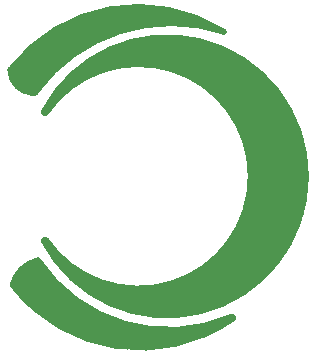
<source format=gbo>
G04*
G04 #@! TF.GenerationSoftware,Altium Limited,Altium Designer,24.0.1 (36)*
G04*
G04 Layer_Color=32896*
%FSLAX44Y44*%
%MOMM*%
G71*
G04*
G04 #@! TF.SameCoordinates,AAA4E2E7-C06B-4B28-9501-2596A0623A30*
G04*
G04*
G04 #@! TF.FilePolarity,Positive*
G04*
G01*
G75*
%ADD14C,0.6350*%
%ADD15C,0.5080*%
%ADD16C,0.3810*%
%ADD21R,0.8382X1.6510*%
%ADD23R,0.3810X0.3810*%
G36*
X1184910Y1189482D02*
X1195070D01*
Y1187450D01*
X1203198D01*
Y1185418D01*
X1209294D01*
Y1183386D01*
X1213358D01*
Y1181354D01*
X1219454D01*
Y1179322D01*
X1223518D01*
Y1177290D01*
X1227582D01*
Y1175258D01*
X1231646D01*
Y1173226D01*
X1233678D01*
Y1171194D01*
X1231646D01*
Y1173226D01*
X1225550D01*
Y1175258D01*
X1217422D01*
Y1177290D01*
X1209294D01*
Y1179322D01*
X1162558D01*
Y1177290D01*
X1154430D01*
Y1175258D01*
X1146302D01*
Y1173226D01*
X1140206D01*
Y1171194D01*
X1136142D01*
Y1169162D01*
X1130046D01*
Y1167130D01*
X1125982D01*
Y1165098D01*
X1121918D01*
Y1163066D01*
X1119886D01*
Y1161034D01*
X1115822D01*
Y1159002D01*
X1111758D01*
Y1156970D01*
X1109726D01*
Y1154938D01*
X1107694D01*
Y1152906D01*
X1103630D01*
Y1150874D01*
X1101598D01*
Y1148842D01*
X1099566D01*
Y1146810D01*
X1097534D01*
Y1144778D01*
X1095502D01*
Y1142746D01*
X1093470D01*
Y1140714D01*
X1091438D01*
Y1138682D01*
X1089406D01*
Y1136650D01*
X1087374D01*
Y1134618D01*
X1085342D01*
Y1132586D01*
X1083310D01*
Y1130554D01*
X1081278D01*
Y1128522D01*
Y1126490D01*
X1079246D01*
Y1124458D01*
X1077214D01*
Y1122426D01*
X1075182D01*
Y1120394D01*
X1071118D01*
Y1122426D01*
X1067054D01*
Y1124458D01*
X1062990D01*
Y1126490D01*
X1060958D01*
Y1128522D01*
Y1130554D01*
X1058926D01*
Y1132586D01*
Y1134618D01*
X1056894D01*
Y1136650D01*
Y1138682D01*
Y1140714D01*
Y1142746D01*
X1058926D01*
Y1144778D01*
Y1146810D01*
Y1148842D01*
X1060958D01*
Y1150874D01*
X1062990D01*
Y1152906D01*
X1065022D01*
Y1154938D01*
X1067054D01*
Y1156970D01*
X1069086D01*
Y1159002D01*
X1071118D01*
Y1161034D01*
X1073150D01*
Y1163066D01*
X1077214D01*
Y1165098D01*
X1079246D01*
Y1167130D01*
X1083310D01*
Y1169162D01*
X1085342D01*
Y1171194D01*
X1089406D01*
Y1173226D01*
X1091438D01*
Y1175258D01*
X1095502D01*
Y1177290D01*
X1099566D01*
Y1179322D01*
X1105662D01*
Y1181354D01*
X1109726D01*
Y1183386D01*
X1115822D01*
Y1185418D01*
X1121918D01*
Y1187450D01*
X1130046D01*
Y1189482D01*
X1138174D01*
Y1191514D01*
X1184910D01*
Y1189482D01*
D02*
G37*
G36*
X1193038Y1167130D02*
X1209294D01*
Y1165098D01*
X1217422D01*
Y1163066D01*
X1223518D01*
Y1161034D01*
X1229614D01*
Y1159002D01*
X1233678D01*
Y1156970D01*
X1237742D01*
Y1154938D01*
X1241806D01*
Y1152906D01*
X1245870D01*
Y1150874D01*
X1249934D01*
Y1148842D01*
X1251966D01*
Y1146810D01*
X1253998D01*
Y1144778D01*
X1258062D01*
Y1142746D01*
X1260094D01*
Y1140714D01*
X1262126D01*
Y1138682D01*
X1264158D01*
Y1136650D01*
X1266190D01*
Y1134618D01*
X1268222D01*
Y1132586D01*
X1270254D01*
Y1130554D01*
X1272286D01*
Y1128522D01*
X1274318D01*
Y1126490D01*
X1276350D01*
Y1124458D01*
X1278382D01*
Y1122426D01*
X1280414D01*
Y1120394D01*
X1282446D01*
Y1118362D01*
Y1116330D01*
X1284478D01*
Y1114298D01*
X1286510D01*
Y1112266D01*
Y1110234D01*
X1288542D01*
Y1108202D01*
Y1106170D01*
X1290574D01*
Y1104138D01*
Y1102106D01*
X1292606D01*
Y1100074D01*
Y1098042D01*
X1294638D01*
Y1096010D01*
Y1093978D01*
X1296670D01*
Y1091946D01*
Y1089914D01*
Y1087882D01*
X1298702D01*
Y1085850D01*
Y1083818D01*
Y1081786D01*
X1300734D01*
Y1079754D01*
Y1077722D01*
Y1075690D01*
Y1073658D01*
X1302766D01*
Y1071626D01*
Y1069594D01*
Y1067562D01*
Y1065530D01*
Y1063498D01*
Y1061466D01*
Y1059434D01*
Y1057402D01*
X1304798D01*
Y1055370D01*
Y1053338D01*
Y1051306D01*
Y1049274D01*
Y1047242D01*
Y1045210D01*
Y1043178D01*
Y1041146D01*
Y1039114D01*
Y1037082D01*
X1302766D01*
Y1035050D01*
Y1033018D01*
Y1030986D01*
Y1028954D01*
Y1026922D01*
Y1024890D01*
X1300734D01*
Y1022858D01*
Y1020826D01*
Y1018794D01*
Y1016762D01*
X1298702D01*
Y1014730D01*
Y1012698D01*
Y1010666D01*
X1296670D01*
Y1008634D01*
Y1006602D01*
Y1004570D01*
X1294638D01*
Y1002538D01*
Y1000506D01*
X1292606D01*
Y998474D01*
Y996442D01*
X1290574D01*
Y994410D01*
Y992378D01*
X1288542D01*
Y990346D01*
Y988314D01*
X1286510D01*
Y986282D01*
Y984250D01*
X1284478D01*
Y982218D01*
X1282446D01*
Y980186D01*
X1280414D01*
Y978154D01*
Y976122D01*
X1278382D01*
Y974090D01*
X1276350D01*
Y972058D01*
X1274318D01*
Y970026D01*
X1272286D01*
Y967994D01*
X1270254D01*
Y965962D01*
X1268222D01*
Y963930D01*
X1266190D01*
Y961898D01*
X1264158D01*
Y959866D01*
X1262126D01*
Y957834D01*
X1260094D01*
Y955802D01*
X1258062D01*
Y953770D01*
X1253998D01*
Y951738D01*
X1251966D01*
Y949706D01*
X1247902D01*
Y947674D01*
X1243838D01*
Y945642D01*
X1241806D01*
Y943610D01*
X1237742D01*
Y941578D01*
X1231646D01*
Y939546D01*
X1227582D01*
Y937514D01*
X1221486D01*
Y935482D01*
X1215390D01*
Y933450D01*
X1205230D01*
Y931418D01*
X1166622D01*
Y933450D01*
X1156462D01*
Y935482D01*
X1148334D01*
Y937514D01*
X1142238D01*
Y939546D01*
X1138174D01*
Y941578D01*
X1134110D01*
Y943610D01*
X1130046D01*
Y945642D01*
X1125982D01*
Y947674D01*
X1121918D01*
Y949706D01*
X1119886D01*
Y951738D01*
X1117854D01*
Y953770D01*
X1113790D01*
Y955802D01*
X1111758D01*
Y957834D01*
X1109726D01*
Y959866D01*
X1107694D01*
Y961898D01*
X1103630D01*
Y963930D01*
X1101598D01*
Y965962D01*
X1099566D01*
Y967994D01*
Y970026D01*
X1097534D01*
Y972058D01*
X1095502D01*
Y974090D01*
X1093470D01*
Y976122D01*
X1091438D01*
Y978154D01*
X1101598D01*
Y976122D01*
X1103630D01*
Y974090D01*
X1105662D01*
Y972058D01*
X1107694D01*
Y970026D01*
X1111758D01*
Y967994D01*
X1115822D01*
Y965962D01*
X1117854D01*
Y963930D01*
X1123950D01*
Y961898D01*
X1128014D01*
Y959866D01*
X1134110D01*
Y957834D01*
X1142238D01*
Y955802D01*
X1156462D01*
Y953770D01*
X1166622D01*
Y955802D01*
X1182878D01*
Y957834D01*
X1188974D01*
Y959866D01*
X1195070D01*
Y961898D01*
X1201166D01*
Y963930D01*
X1205230D01*
Y965962D01*
X1209294D01*
Y967994D01*
X1211326D01*
Y970026D01*
X1215390D01*
Y972058D01*
X1217422D01*
Y974090D01*
X1221486D01*
Y976122D01*
X1223518D01*
Y978154D01*
X1225550D01*
Y980186D01*
X1227582D01*
Y982218D01*
X1229614D01*
Y984250D01*
X1231646D01*
Y986282D01*
X1233678D01*
Y988314D01*
X1235710D01*
Y990346D01*
X1237742D01*
Y992378D01*
Y994410D01*
X1239774D01*
Y996442D01*
X1241806D01*
Y998474D01*
Y1000506D01*
X1243838D01*
Y1002538D01*
X1245870D01*
Y1004570D01*
Y1006602D01*
X1247902D01*
Y1008634D01*
Y1010666D01*
X1249934D01*
Y1012698D01*
Y1014730D01*
Y1016762D01*
X1251966D01*
Y1018794D01*
Y1020826D01*
Y1022858D01*
X1253998D01*
Y1024890D01*
Y1026922D01*
Y1028954D01*
Y1030986D01*
X1256030D01*
Y1033018D01*
Y1035050D01*
Y1037082D01*
Y1039114D01*
Y1041146D01*
Y1043178D01*
Y1045210D01*
Y1047242D01*
Y1049274D01*
Y1051306D01*
Y1053338D01*
Y1055370D01*
Y1057402D01*
Y1059434D01*
Y1061466D01*
Y1063498D01*
Y1065530D01*
Y1067562D01*
Y1069594D01*
X1253998D01*
Y1071626D01*
Y1073658D01*
Y1075690D01*
Y1077722D01*
X1251966D01*
Y1079754D01*
Y1081786D01*
Y1083818D01*
X1249934D01*
Y1085850D01*
Y1087882D01*
X1247902D01*
Y1089914D01*
Y1091946D01*
X1245870D01*
Y1093978D01*
Y1096010D01*
X1243838D01*
Y1098042D01*
Y1100074D01*
X1241806D01*
Y1102106D01*
X1239774D01*
Y1104138D01*
Y1106170D01*
X1237742D01*
Y1108202D01*
X1235710D01*
Y1110234D01*
X1233678D01*
Y1112266D01*
X1231646D01*
Y1114298D01*
Y1116330D01*
X1229614D01*
Y1118362D01*
X1227582D01*
Y1120394D01*
X1225550D01*
Y1122426D01*
X1221486D01*
Y1124458D01*
X1219454D01*
Y1126490D01*
X1217422D01*
Y1128522D01*
X1213358D01*
Y1130554D01*
X1211326D01*
Y1132586D01*
X1207262D01*
Y1134618D01*
X1203198D01*
Y1136650D01*
X1197102D01*
Y1138682D01*
X1193038D01*
Y1140714D01*
X1186942D01*
Y1142746D01*
X1176782D01*
Y1144778D01*
X1148334D01*
Y1142746D01*
X1138174D01*
Y1140714D01*
X1132078D01*
Y1138682D01*
X1125982D01*
Y1136650D01*
X1121918D01*
Y1134618D01*
X1117854D01*
Y1132586D01*
X1113790D01*
Y1130554D01*
X1109726D01*
Y1128522D01*
X1107694D01*
Y1126490D01*
X1103630D01*
Y1124458D01*
X1101598D01*
Y1122426D01*
X1099566D01*
Y1120394D01*
X1091438D01*
Y1122426D01*
X1093470D01*
Y1124458D01*
Y1126490D01*
X1095502D01*
Y1128522D01*
X1097534D01*
Y1130554D01*
X1099566D01*
Y1132586D01*
X1101598D01*
Y1134618D01*
X1103630D01*
Y1136650D01*
X1105662D01*
Y1138682D01*
X1107694D01*
Y1140714D01*
X1111758D01*
Y1142746D01*
X1113790D01*
Y1144778D01*
X1115822D01*
Y1146810D01*
X1119886D01*
Y1148842D01*
X1121918D01*
Y1150874D01*
X1125982D01*
Y1152906D01*
X1128014D01*
Y1154938D01*
X1132078D01*
Y1156970D01*
X1136142D01*
Y1159002D01*
X1142238D01*
Y1161034D01*
X1148334D01*
Y1163066D01*
X1154430D01*
Y1165098D01*
X1164590D01*
Y1167130D01*
X1178814D01*
Y1169162D01*
X1193038D01*
Y1167130D01*
D02*
G37*
G36*
X1077214Y976122D02*
Y974090D01*
X1079246D01*
Y972058D01*
X1081278D01*
Y970026D01*
X1083310D01*
Y967994D01*
X1085342D01*
Y965962D01*
X1087374D01*
Y963930D01*
Y961898D01*
X1089406D01*
Y959866D01*
X1091438D01*
Y957834D01*
X1093470D01*
Y955802D01*
X1095502D01*
Y953770D01*
X1099566D01*
Y951738D01*
X1101598D01*
Y949706D01*
X1103630D01*
Y947674D01*
X1105662D01*
Y945642D01*
X1107694D01*
Y943610D01*
X1111758D01*
Y941578D01*
X1113790D01*
Y939546D01*
X1117854D01*
Y937514D01*
X1119886D01*
Y935482D01*
X1123950D01*
Y933450D01*
X1128014D01*
Y931418D01*
X1132078D01*
Y929386D01*
X1138174D01*
Y927354D01*
X1142238D01*
Y925322D01*
X1148334D01*
Y923290D01*
X1158494D01*
Y921258D01*
X1170686D01*
Y919226D01*
X1199134D01*
Y921258D01*
X1213358D01*
Y923290D01*
X1221486D01*
Y925322D01*
X1227582D01*
Y927354D01*
X1233678D01*
Y925322D01*
X1229614D01*
Y923290D01*
X1225550D01*
Y921258D01*
X1221486D01*
Y919226D01*
X1217422D01*
Y917194D01*
X1211326D01*
Y915162D01*
X1205230D01*
Y913130D01*
X1199134D01*
Y911098D01*
X1191006D01*
Y909066D01*
X1176782D01*
Y907034D01*
X1144270D01*
Y909066D01*
X1132078D01*
Y911098D01*
X1123950D01*
Y913130D01*
X1117854D01*
Y915162D01*
X1111758D01*
Y917194D01*
X1107694D01*
Y919226D01*
X1101598D01*
Y921258D01*
X1097534D01*
Y923290D01*
X1093470D01*
Y925322D01*
X1091438D01*
Y927354D01*
X1087374D01*
Y929386D01*
X1083310D01*
Y931418D01*
X1081278D01*
Y933450D01*
X1077214D01*
Y935482D01*
X1075182D01*
Y937514D01*
X1073150D01*
Y939546D01*
X1071118D01*
Y941578D01*
X1067054D01*
Y943610D01*
X1065022D01*
Y945642D01*
X1062990D01*
Y947674D01*
X1060958D01*
Y949706D01*
Y951738D01*
X1058926D01*
Y953770D01*
Y955802D01*
X1056894D01*
Y957834D01*
Y959866D01*
Y961898D01*
Y963930D01*
X1058926D01*
Y965962D01*
Y967994D01*
Y970026D01*
X1060958D01*
Y972058D01*
X1062990D01*
Y974090D01*
X1065022D01*
Y976122D01*
X1069086D01*
Y978154D01*
X1077214D01*
Y976122D01*
D02*
G37*
D14*
X1081700Y995003D02*
G03*
X1081735Y1104057I103385J54494D01*
G01*
X1055522Y957531D02*
G03*
X1240383Y929715I107095J83553D01*
G01*
X1053296Y1139389D02*
G03*
X1072831Y1120709I19300J628D01*
G01*
D15*
X1082606Y995584D02*
G03*
X1082505Y1103263I78349J53912D01*
G01*
X1232848Y1172201D02*
G03*
X1074352Y1121655I-44207J-135150D01*
G01*
X1233345Y1171671D02*
G03*
X1052802Y1139822I-72894J-114434D01*
G01*
D16*
X1076058Y978844D02*
G03*
X1239902Y931053I110347J73554D01*
G01*
X1075637Y978758D02*
G03*
X1053992Y957428I6578J-28322D01*
G01*
D21*
X1059736Y1135730D02*
D03*
D23*
X1057450Y958692D02*
D03*
M02*

</source>
